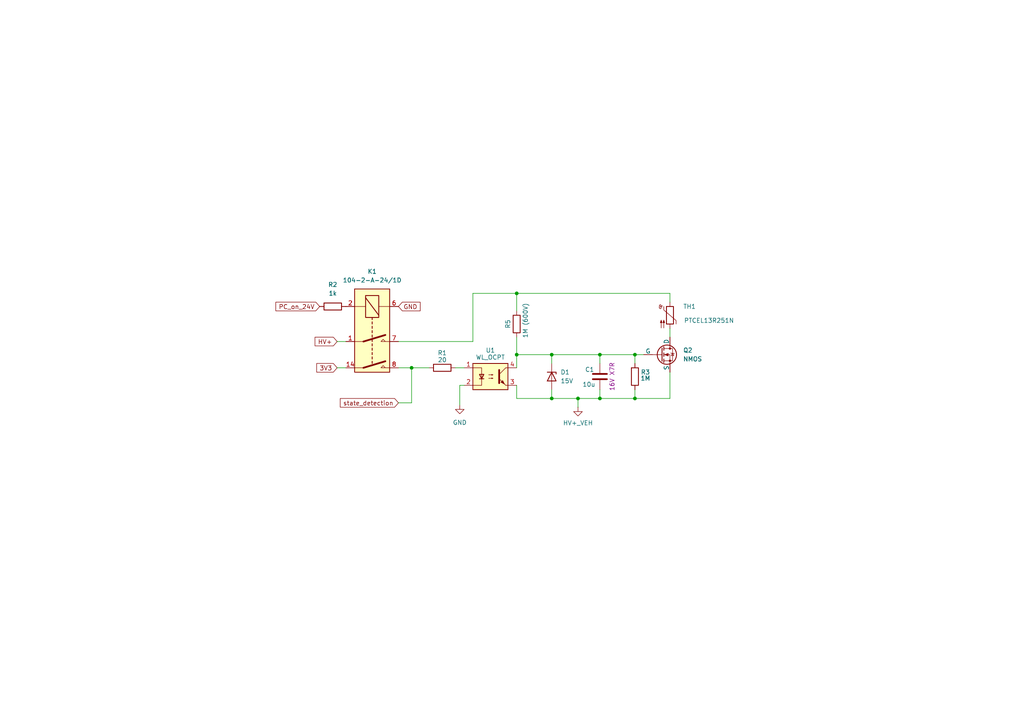
<source format=kicad_sch>
(kicad_sch
	(version 20231120)
	(generator "eeschema")
	(generator_version "8.0")
	(uuid "ab3adbd4-6086-4416-bada-760da338c591")
	(paper "A4")
	(lib_symbols
		(symbol "Device:C"
			(pin_numbers hide)
			(pin_names
				(offset 0.254)
			)
			(exclude_from_sim no)
			(in_bom yes)
			(on_board yes)
			(property "Reference" "C"
				(at 0.635 2.54 0)
				(effects
					(font
						(size 1.27 1.27)
					)
					(justify left)
				)
			)
			(property "Value" "C"
				(at 0.635 -2.54 0)
				(effects
					(font
						(size 1.27 1.27)
					)
					(justify left)
				)
			)
			(property "Footprint" ""
				(at 0.9652 -3.81 0)
				(effects
					(font
						(size 1.27 1.27)
					)
					(hide yes)
				)
			)
			(property "Datasheet" "~"
				(at 0 0 0)
				(effects
					(font
						(size 1.27 1.27)
					)
					(hide yes)
				)
			)
			(property "Description" "Unpolarized capacitor"
				(at 0 0 0)
				(effects
					(font
						(size 1.27 1.27)
					)
					(hide yes)
				)
			)
			(property "ki_keywords" "cap capacitor"
				(at 0 0 0)
				(effects
					(font
						(size 1.27 1.27)
					)
					(hide yes)
				)
			)
			(property "ki_fp_filters" "C_*"
				(at 0 0 0)
				(effects
					(font
						(size 1.27 1.27)
					)
					(hide yes)
				)
			)
			(symbol "C_0_1"
				(polyline
					(pts
						(xy -2.032 -0.762) (xy 2.032 -0.762)
					)
					(stroke
						(width 0.508)
						(type default)
					)
					(fill
						(type none)
					)
				)
				(polyline
					(pts
						(xy -2.032 0.762) (xy 2.032 0.762)
					)
					(stroke
						(width 0.508)
						(type default)
					)
					(fill
						(type none)
					)
				)
			)
			(symbol "C_1_1"
				(pin passive line
					(at 0 3.81 270)
					(length 2.794)
					(name "~"
						(effects
							(font
								(size 1.27 1.27)
							)
						)
					)
					(number "1"
						(effects
							(font
								(size 1.27 1.27)
							)
						)
					)
				)
				(pin passive line
					(at 0 -3.81 90)
					(length 2.794)
					(name "~"
						(effects
							(font
								(size 1.27 1.27)
							)
						)
					)
					(number "2"
						(effects
							(font
								(size 1.27 1.27)
							)
						)
					)
				)
			)
		)
		(symbol "Device:D_Zener"
			(pin_numbers hide)
			(pin_names
				(offset 1.016) hide)
			(exclude_from_sim no)
			(in_bom yes)
			(on_board yes)
			(property "Reference" "D"
				(at 0 2.54 0)
				(effects
					(font
						(size 1.27 1.27)
					)
				)
			)
			(property "Value" "D_Zener"
				(at 0 -2.54 0)
				(effects
					(font
						(size 1.27 1.27)
					)
				)
			)
			(property "Footprint" ""
				(at 0 0 0)
				(effects
					(font
						(size 1.27 1.27)
					)
					(hide yes)
				)
			)
			(property "Datasheet" "~"
				(at 0 0 0)
				(effects
					(font
						(size 1.27 1.27)
					)
					(hide yes)
				)
			)
			(property "Description" "Zener diode"
				(at 0 0 0)
				(effects
					(font
						(size 1.27 1.27)
					)
					(hide yes)
				)
			)
			(property "ki_keywords" "diode"
				(at 0 0 0)
				(effects
					(font
						(size 1.27 1.27)
					)
					(hide yes)
				)
			)
			(property "ki_fp_filters" "TO-???* *_Diode_* *SingleDiode* D_*"
				(at 0 0 0)
				(effects
					(font
						(size 1.27 1.27)
					)
					(hide yes)
				)
			)
			(symbol "D_Zener_0_1"
				(polyline
					(pts
						(xy 1.27 0) (xy -1.27 0)
					)
					(stroke
						(width 0)
						(type default)
					)
					(fill
						(type none)
					)
				)
				(polyline
					(pts
						(xy -1.27 -1.27) (xy -1.27 1.27) (xy -0.762 1.27)
					)
					(stroke
						(width 0.254)
						(type default)
					)
					(fill
						(type none)
					)
				)
				(polyline
					(pts
						(xy 1.27 -1.27) (xy 1.27 1.27) (xy -1.27 0) (xy 1.27 -1.27)
					)
					(stroke
						(width 0.254)
						(type default)
					)
					(fill
						(type none)
					)
				)
			)
			(symbol "D_Zener_1_1"
				(pin passive line
					(at -3.81 0 0)
					(length 2.54)
					(name "K"
						(effects
							(font
								(size 1.27 1.27)
							)
						)
					)
					(number "1"
						(effects
							(font
								(size 1.27 1.27)
							)
						)
					)
				)
				(pin passive line
					(at 3.81 0 180)
					(length 2.54)
					(name "A"
						(effects
							(font
								(size 1.27 1.27)
							)
						)
					)
					(number "2"
						(effects
							(font
								(size 1.27 1.27)
							)
						)
					)
				)
			)
		)
		(symbol "Device:R"
			(pin_numbers hide)
			(pin_names
				(offset 0)
			)
			(exclude_from_sim no)
			(in_bom yes)
			(on_board yes)
			(property "Reference" "R"
				(at 2.032 0 90)
				(effects
					(font
						(size 1.27 1.27)
					)
				)
			)
			(property "Value" "R"
				(at 0 0 90)
				(effects
					(font
						(size 1.27 1.27)
					)
				)
			)
			(property "Footprint" ""
				(at -1.778 0 90)
				(effects
					(font
						(size 1.27 1.27)
					)
					(hide yes)
				)
			)
			(property "Datasheet" "~"
				(at 0 0 0)
				(effects
					(font
						(size 1.27 1.27)
					)
					(hide yes)
				)
			)
			(property "Description" "Resistor"
				(at 0 0 0)
				(effects
					(font
						(size 1.27 1.27)
					)
					(hide yes)
				)
			)
			(property "ki_keywords" "R res resistor"
				(at 0 0 0)
				(effects
					(font
						(size 1.27 1.27)
					)
					(hide yes)
				)
			)
			(property "ki_fp_filters" "R_*"
				(at 0 0 0)
				(effects
					(font
						(size 1.27 1.27)
					)
					(hide yes)
				)
			)
			(symbol "R_0_1"
				(rectangle
					(start -1.016 -2.54)
					(end 1.016 2.54)
					(stroke
						(width 0.254)
						(type default)
					)
					(fill
						(type none)
					)
				)
			)
			(symbol "R_1_1"
				(pin passive line
					(at 0 3.81 270)
					(length 1.27)
					(name "~"
						(effects
							(font
								(size 1.27 1.27)
							)
						)
					)
					(number "1"
						(effects
							(font
								(size 1.27 1.27)
							)
						)
					)
				)
				(pin passive line
					(at 0 -3.81 90)
					(length 1.27)
					(name "~"
						(effects
							(font
								(size 1.27 1.27)
							)
						)
					)
					(number "2"
						(effects
							(font
								(size 1.27 1.27)
							)
						)
					)
				)
			)
		)
		(symbol "Device:Thermistor_PTC"
			(pin_numbers hide)
			(pin_names
				(offset 0)
			)
			(exclude_from_sim no)
			(in_bom yes)
			(on_board yes)
			(property "Reference" "TH"
				(at -4.064 0 90)
				(effects
					(font
						(size 1.27 1.27)
					)
				)
			)
			(property "Value" "Thermistor_PTC"
				(at 3.048 0 90)
				(effects
					(font
						(size 1.27 1.27)
					)
				)
			)
			(property "Footprint" ""
				(at 1.27 -5.08 0)
				(effects
					(font
						(size 1.27 1.27)
					)
					(justify left)
					(hide yes)
				)
			)
			(property "Datasheet" "~"
				(at 0 0 0)
				(effects
					(font
						(size 1.27 1.27)
					)
					(hide yes)
				)
			)
			(property "Description" "Temperature dependent resistor, positive temperature coefficient"
				(at 0 0 0)
				(effects
					(font
						(size 1.27 1.27)
					)
					(hide yes)
				)
			)
			(property "ki_keywords" "resistor PTC thermistor sensor RTD"
				(at 0 0 0)
				(effects
					(font
						(size 1.27 1.27)
					)
					(hide yes)
				)
			)
			(property "ki_fp_filters" "*PTC* *Thermistor* PIN?ARRAY* bornier* *Terminal?Block* R_*"
				(at 0 0 0)
				(effects
					(font
						(size 1.27 1.27)
					)
					(hide yes)
				)
			)
			(symbol "Thermistor_PTC_0_1"
				(arc
					(start -3.048 2.159)
					(mid -3.0495 2.3143)
					(end -3.175 2.413)
					(stroke
						(width 0)
						(type default)
					)
					(fill
						(type none)
					)
				)
				(arc
					(start -3.048 2.159)
					(mid -2.9736 1.9794)
					(end -2.794 1.905)
					(stroke
						(width 0)
						(type default)
					)
					(fill
						(type none)
					)
				)
				(arc
					(start -3.048 2.794)
					(mid -2.9736 2.6144)
					(end -2.794 2.54)
					(stroke
						(width 0)
						(type default)
					)
					(fill
						(type none)
					)
				)
				(arc
					(start -2.794 1.905)
					(mid -2.6144 1.9794)
					(end -2.54 2.159)
					(stroke
						(width 0)
						(type default)
					)
					(fill
						(type none)
					)
				)
				(arc
					(start -2.794 2.54)
					(mid -2.4393 2.5587)
					(end -2.159 2.794)
					(stroke
						(width 0)
						(type default)
					)
					(fill
						(type none)
					)
				)
				(arc
					(start -2.794 3.048)
					(mid -2.9736 2.9736)
					(end -3.048 2.794)
					(stroke
						(width 0)
						(type default)
					)
					(fill
						(type none)
					)
				)
				(arc
					(start -2.54 2.794)
					(mid -2.6144 2.9736)
					(end -2.794 3.048)
					(stroke
						(width 0)
						(type default)
					)
					(fill
						(type none)
					)
				)
				(rectangle
					(start -1.016 2.54)
					(end 1.016 -2.54)
					(stroke
						(width 0.254)
						(type default)
					)
					(fill
						(type none)
					)
				)
				(polyline
					(pts
						(xy -2.54 2.159) (xy -2.54 2.794)
					)
					(stroke
						(width 0)
						(type default)
					)
					(fill
						(type none)
					)
				)
				(polyline
					(pts
						(xy -1.778 2.54) (xy -1.778 1.524) (xy 1.778 -1.524) (xy 1.778 -2.54)
					)
					(stroke
						(width 0)
						(type default)
					)
					(fill
						(type none)
					)
				)
				(polyline
					(pts
						(xy -2.54 -3.683) (xy -2.54 -1.397) (xy -2.794 -2.159) (xy -2.286 -2.159) (xy -2.54 -1.397) (xy -2.54 -1.651)
					)
					(stroke
						(width 0)
						(type default)
					)
					(fill
						(type outline)
					)
				)
				(polyline
					(pts
						(xy -1.778 -3.683) (xy -1.778 -1.397) (xy -2.032 -2.159) (xy -1.524 -2.159) (xy -1.778 -1.397)
						(xy -1.778 -1.651)
					)
					(stroke
						(width 0)
						(type default)
					)
					(fill
						(type outline)
					)
				)
			)
			(symbol "Thermistor_PTC_1_1"
				(pin passive line
					(at 0 3.81 270)
					(length 1.27)
					(name "~"
						(effects
							(font
								(size 1.27 1.27)
							)
						)
					)
					(number "1"
						(effects
							(font
								(size 1.27 1.27)
							)
						)
					)
				)
				(pin passive line
					(at 0 -3.81 90)
					(length 1.27)
					(name "~"
						(effects
							(font
								(size 1.27 1.27)
							)
						)
					)
					(number "2"
						(effects
							(font
								(size 1.27 1.27)
							)
						)
					)
				)
			)
		)
		(symbol "Isolator:FODM217A"
			(exclude_from_sim no)
			(in_bom yes)
			(on_board yes)
			(property "Reference" "U4"
				(at 1.27 7.62 0)
				(effects
					(font
						(size 1.27 1.27)
					)
				)
			)
			(property "Value" "WL_OCDA"
				(at 1.27 5.588 0)
				(effects
					(font
						(size 1.27 1.27)
					)
				)
			)
			(property "Footprint" "Package_SO:SOP-4_4.4x2.6mm_P1.27mm"
				(at 0 -5.08 0)
				(effects
					(font
						(size 1.27 1.27)
						(italic yes)
					)
					(hide yes)
				)
			)
			(property "Datasheet" ""
				(at 0 0 0)
				(effects
					(font
						(size 1.27 1.27)
					)
					(justify left)
					(hide yes)
				)
			)
			(property "Description" "141352145000"
				(at 0 0 0)
				(effects
					(font
						(size 1.27 1.27)
					)
					(hide yes)
				)
			)
			(property "ki_keywords" "DC Phototransistor Optocoupler"
				(at 0 0 0)
				(effects
					(font
						(size 1.27 1.27)
					)
					(hide yes)
				)
			)
			(property "ki_fp_filters" "SOP*4.4x2.6mm*P1.27mm*"
				(at 0 0 0)
				(effects
					(font
						(size 1.27 1.27)
					)
					(hide yes)
				)
			)
			(symbol "FODM217A_0_1"
				(rectangle
					(start -5.08 3.81)
					(end 5.08 -3.81)
					(stroke
						(width 0.254)
						(type default)
					)
					(fill
						(type background)
					)
				)
				(polyline
					(pts
						(xy -3.175 -0.635) (xy -1.905 -0.635)
					)
					(stroke
						(width 0.254)
						(type default)
					)
					(fill
						(type none)
					)
				)
				(polyline
					(pts
						(xy 2.54 0.635) (xy 4.445 2.54)
					)
					(stroke
						(width 0)
						(type default)
					)
					(fill
						(type none)
					)
				)
				(polyline
					(pts
						(xy 4.445 -2.54) (xy 2.54 -0.635)
					)
					(stroke
						(width 0)
						(type default)
					)
					(fill
						(type outline)
					)
				)
				(polyline
					(pts
						(xy 4.445 -2.54) (xy 5.08 -2.54)
					)
					(stroke
						(width 0)
						(type default)
					)
					(fill
						(type none)
					)
				)
				(polyline
					(pts
						(xy 4.445 2.54) (xy 5.08 2.54)
					)
					(stroke
						(width 0)
						(type default)
					)
					(fill
						(type none)
					)
				)
				(polyline
					(pts
						(xy -5.08 2.54) (xy -2.54 2.54) (xy -2.54 -0.635)
					)
					(stroke
						(width 0)
						(type default)
					)
					(fill
						(type none)
					)
				)
				(polyline
					(pts
						(xy -2.54 -0.635) (xy -2.54 -2.54) (xy -5.08 -2.54)
					)
					(stroke
						(width 0)
						(type default)
					)
					(fill
						(type none)
					)
				)
				(polyline
					(pts
						(xy 2.54 1.905) (xy 2.54 -1.905) (xy 2.54 -1.905)
					)
					(stroke
						(width 0.508)
						(type default)
					)
					(fill
						(type none)
					)
				)
				(polyline
					(pts
						(xy -2.54 -0.635) (xy -3.175 0.635) (xy -1.905 0.635) (xy -2.54 -0.635)
					)
					(stroke
						(width 0.254)
						(type default)
					)
					(fill
						(type none)
					)
				)
				(polyline
					(pts
						(xy -0.508 -0.508) (xy 0.762 -0.508) (xy 0.381 -0.635) (xy 0.381 -0.381) (xy 0.762 -0.508)
					)
					(stroke
						(width 0)
						(type default)
					)
					(fill
						(type none)
					)
				)
				(polyline
					(pts
						(xy -0.508 0.508) (xy 0.762 0.508) (xy 0.381 0.381) (xy 0.381 0.635) (xy 0.762 0.508)
					)
					(stroke
						(width 0)
						(type default)
					)
					(fill
						(type none)
					)
				)
				(polyline
					(pts
						(xy 3.048 -1.651) (xy 3.556 -1.143) (xy 4.064 -2.159) (xy 3.048 -1.651) (xy 3.048 -1.651)
					)
					(stroke
						(width 0)
						(type default)
					)
					(fill
						(type outline)
					)
				)
			)
			(symbol "FODM217A_1_1"
				(pin passive line
					(at -7.62 2.54 0)
					(length 2.54)
					(name "~"
						(effects
							(font
								(size 1.27 1.27)
							)
						)
					)
					(number "1"
						(effects
							(font
								(size 1.27 1.27)
							)
						)
					)
				)
				(pin passive line
					(at -7.62 -2.54 0)
					(length 2.54)
					(name "~"
						(effects
							(font
								(size 1.27 1.27)
							)
						)
					)
					(number "2"
						(effects
							(font
								(size 1.27 1.27)
							)
						)
					)
				)
				(pin passive line
					(at 7.62 -2.54 180)
					(length 2.54)
					(name "~"
						(effects
							(font
								(size 1.27 1.27)
							)
						)
					)
					(number "3"
						(effects
							(font
								(size 1.27 1.27)
							)
						)
					)
				)
				(pin passive line
					(at 7.62 2.54 180)
					(length 2.54)
					(name "~"
						(effects
							(font
								(size 1.27 1.27)
							)
						)
					)
					(number "4"
						(effects
							(font
								(size 1.27 1.27)
							)
						)
					)
				)
			)
		)
		(symbol "Relay:DIPxx-2Axx-21x"
			(exclude_from_sim no)
			(in_bom yes)
			(on_board yes)
			(property "Reference" "K"
				(at 12.7 3.81 0)
				(effects
					(font
						(size 1.27 1.27)
					)
					(justify left)
				)
			)
			(property "Value" "DIPxx-2Axx-21x"
				(at 12.7 1.27 0)
				(effects
					(font
						(size 1.27 1.27)
					)
					(justify left)
				)
			)
			(property "Footprint" "Relay_THT:Relay_StandexMeder_DIP_LowProfile"
				(at 12.7 -1.27 0)
				(effects
					(font
						(size 1.27 1.27)
					)
					(justify left)
					(hide yes)
				)
			)
			(property "Datasheet" "https://standexelectronics.com/wp-content/uploads/datasheet_reed_relay_DIP.pdf"
				(at 0 0 0)
				(effects
					(font
						(size 1.27 1.27)
					)
					(hide yes)
				)
			)
			(property "Description" "Standex Meder DIP reed relay, DPST, Closing Contacts"
				(at 0 0 0)
				(effects
					(font
						(size 1.27 1.27)
					)
					(hide yes)
				)
			)
			(property "ki_keywords" "Single Pole Reed Relay DPST"
				(at 0 0 0)
				(effects
					(font
						(size 1.27 1.27)
					)
					(hide yes)
				)
			)
			(property "ki_fp_filters" "Relay*StandexMeder*DIP*LowProfile*"
				(at 0 0 0)
				(effects
					(font
						(size 1.27 1.27)
					)
					(hide yes)
				)
			)
			(symbol "DIPxx-2Axx-21x_0_0"
				(polyline
					(pts
						(xy 2.54 5.08) (xy 2.54 2.54) (xy 1.905 3.175) (xy 2.54 3.81)
					)
					(stroke
						(width 0)
						(type default)
					)
					(fill
						(type none)
					)
				)
				(polyline
					(pts
						(xy 10.16 5.08) (xy 10.16 2.54) (xy 9.525 3.175) (xy 10.16 3.81)
					)
					(stroke
						(width 0)
						(type default)
					)
					(fill
						(type none)
					)
				)
			)
			(symbol "DIPxx-2Axx-21x_0_1"
				(rectangle
					(start -12.7 5.08)
					(end 11.43 -5.08)
					(stroke
						(width 0.254)
						(type default)
					)
					(fill
						(type background)
					)
				)
				(rectangle
					(start -10.795 1.905)
					(end -4.445 -1.905)
					(stroke
						(width 0.254)
						(type default)
					)
					(fill
						(type none)
					)
				)
				(polyline
					(pts
						(xy -10.16 -1.905) (xy -5.08 1.905)
					)
					(stroke
						(width 0.254)
						(type default)
					)
					(fill
						(type none)
					)
				)
				(polyline
					(pts
						(xy -7.62 -5.08) (xy -7.62 -1.905)
					)
					(stroke
						(width 0)
						(type default)
					)
					(fill
						(type none)
					)
				)
				(polyline
					(pts
						(xy -7.62 5.08) (xy -7.62 1.905)
					)
					(stroke
						(width 0)
						(type default)
					)
					(fill
						(type none)
					)
				)
				(polyline
					(pts
						(xy -4.445 0) (xy -3.81 0)
					)
					(stroke
						(width 0.254)
						(type default)
					)
					(fill
						(type none)
					)
				)
				(polyline
					(pts
						(xy -3.175 0) (xy -2.54 0)
					)
					(stroke
						(width 0.254)
						(type default)
					)
					(fill
						(type none)
					)
				)
				(polyline
					(pts
						(xy -1.905 0) (xy -1.27 0)
					)
					(stroke
						(width 0.254)
						(type default)
					)
					(fill
						(type none)
					)
				)
				(polyline
					(pts
						(xy -0.635 0) (xy 0 0)
					)
					(stroke
						(width 0.254)
						(type default)
					)
					(fill
						(type none)
					)
				)
				(polyline
					(pts
						(xy 0.635 0) (xy 1.27 0)
					)
					(stroke
						(width 0.254)
						(type default)
					)
					(fill
						(type none)
					)
				)
				(polyline
					(pts
						(xy 1.905 0) (xy 2.54 0)
					)
					(stroke
						(width 0.254)
						(type default)
					)
					(fill
						(type none)
					)
				)
				(polyline
					(pts
						(xy 2.54 -2.54) (xy 0.635 3.81)
					)
					(stroke
						(width 0.508)
						(type default)
					)
					(fill
						(type none)
					)
				)
				(polyline
					(pts
						(xy 2.54 -2.54) (xy 2.54 -5.08)
					)
					(stroke
						(width 0)
						(type default)
					)
					(fill
						(type none)
					)
				)
				(polyline
					(pts
						(xy 3.175 0) (xy 3.81 0)
					)
					(stroke
						(width 0.254)
						(type default)
					)
					(fill
						(type none)
					)
				)
				(polyline
					(pts
						(xy 4.445 0) (xy 5.08 0)
					)
					(stroke
						(width 0.254)
						(type default)
					)
					(fill
						(type none)
					)
				)
				(polyline
					(pts
						(xy 5.715 0) (xy 6.35 0)
					)
					(stroke
						(width 0.254)
						(type default)
					)
					(fill
						(type none)
					)
				)
				(polyline
					(pts
						(xy 6.985 0) (xy 7.62 0)
					)
					(stroke
						(width 0.254)
						(type default)
					)
					(fill
						(type none)
					)
				)
				(polyline
					(pts
						(xy 8.255 0) (xy 8.89 0)
					)
					(stroke
						(width 0.254)
						(type default)
					)
					(fill
						(type none)
					)
				)
				(polyline
					(pts
						(xy 10.16 -2.54) (xy 8.255 3.81)
					)
					(stroke
						(width 0.508)
						(type default)
					)
					(fill
						(type none)
					)
				)
				(polyline
					(pts
						(xy 10.16 -2.54) (xy 10.16 -5.08)
					)
					(stroke
						(width 0)
						(type default)
					)
					(fill
						(type none)
					)
				)
			)
			(symbol "DIPxx-2Axx-21x_1_1"
				(pin passive line
					(at 2.54 -7.62 90)
					(length 2.54)
					(name "~"
						(effects
							(font
								(size 1.27 1.27)
							)
						)
					)
					(number "1"
						(effects
							(font
								(size 1.27 1.27)
							)
						)
					)
				)
				(pin passive line
					(at 10.16 -7.62 90)
					(length 2.54)
					(name "~"
						(effects
							(font
								(size 1.27 1.27)
							)
						)
					)
					(number "14"
						(effects
							(font
								(size 1.27 1.27)
							)
						)
					)
				)
				(pin passive line
					(at -7.62 -7.62 90)
					(length 2.54)
					(name "~"
						(effects
							(font
								(size 1.27 1.27)
							)
						)
					)
					(number "2"
						(effects
							(font
								(size 1.27 1.27)
							)
						)
					)
				)
				(pin passive line
					(at -7.62 7.62 270)
					(length 2.54)
					(name "~"
						(effects
							(font
								(size 1.27 1.27)
							)
						)
					)
					(number "6"
						(effects
							(font
								(size 1.27 1.27)
							)
						)
					)
				)
				(pin passive line
					(at 2.54 7.62 270)
					(length 2.54)
					(name "~"
						(effects
							(font
								(size 1.27 1.27)
							)
						)
					)
					(number "7"
						(effects
							(font
								(size 1.27 1.27)
							)
						)
					)
				)
				(pin passive line
					(at 10.16 7.62 270)
					(length 2.54)
					(name "~"
						(effects
							(font
								(size 1.27 1.27)
							)
						)
					)
					(number "8"
						(effects
							(font
								(size 1.27 1.27)
							)
						)
					)
				)
			)
		)
		(symbol "Simulation_SPICE:NMOS"
			(pin_numbers hide)
			(pin_names
				(offset 0)
			)
			(exclude_from_sim no)
			(in_bom yes)
			(on_board yes)
			(property "Reference" "Q"
				(at 5.08 1.27 0)
				(effects
					(font
						(size 1.27 1.27)
					)
					(justify left)
				)
			)
			(property "Value" "NMOS"
				(at 5.08 -1.27 0)
				(effects
					(font
						(size 1.27 1.27)
					)
					(justify left)
				)
			)
			(property "Footprint" ""
				(at 5.08 2.54 0)
				(effects
					(font
						(size 1.27 1.27)
					)
					(hide yes)
				)
			)
			(property "Datasheet" "https://ngspice.sourceforge.io/docs/ngspice-html-manual/manual.xhtml#cha_MOSFETs"
				(at 0 -12.7 0)
				(effects
					(font
						(size 1.27 1.27)
					)
					(hide yes)
				)
			)
			(property "Description" "N-MOSFET transistor, drain/source/gate"
				(at 0 0 0)
				(effects
					(font
						(size 1.27 1.27)
					)
					(hide yes)
				)
			)
			(property "Sim.Device" "NMOS"
				(at 0 -17.145 0)
				(effects
					(font
						(size 1.27 1.27)
					)
					(hide yes)
				)
			)
			(property "Sim.Type" "VDMOS"
				(at 0 -19.05 0)
				(effects
					(font
						(size 1.27 1.27)
					)
					(hide yes)
				)
			)
			(property "Sim.Pins" "1=D 2=G 3=S"
				(at 0 -15.24 0)
				(effects
					(font
						(size 1.27 1.27)
					)
					(hide yes)
				)
			)
			(property "ki_keywords" "transistor NMOS N-MOS N-MOSFET simulation"
				(at 0 0 0)
				(effects
					(font
						(size 1.27 1.27)
					)
					(hide yes)
				)
			)
			(symbol "NMOS_0_1"
				(polyline
					(pts
						(xy 0.254 0) (xy -2.54 0)
					)
					(stroke
						(width 0)
						(type default)
					)
					(fill
						(type none)
					)
				)
				(polyline
					(pts
						(xy 0.254 1.905) (xy 0.254 -1.905)
					)
					(stroke
						(width 0.254)
						(type default)
					)
					(fill
						(type none)
					)
				)
				(polyline
					(pts
						(xy 0.762 -1.27) (xy 0.762 -2.286)
					)
					(stroke
						(width 0.254)
						(type default)
					)
					(fill
						(type none)
					)
				)
				(polyline
					(pts
						(xy 0.762 0.508) (xy 0.762 -0.508)
					)
					(stroke
						(width 0.254)
						(type default)
					)
					(fill
						(type none)
					)
				)
				(polyline
					(pts
						(xy 0.762 2.286) (xy 0.762 1.27)
					)
					(stroke
						(width 0.254)
						(type default)
					)
					(fill
						(type none)
					)
				)
				(polyline
					(pts
						(xy 2.54 2.54) (xy 2.54 1.778)
					)
					(stroke
						(width 0)
						(type default)
					)
					(fill
						(type none)
					)
				)
				(polyline
					(pts
						(xy 2.54 -2.54) (xy 2.54 0) (xy 0.762 0)
					)
					(stroke
						(width 0)
						(type default)
					)
					(fill
						(type none)
					)
				)
				(polyline
					(pts
						(xy 0.762 -1.778) (xy 3.302 -1.778) (xy 3.302 1.778) (xy 0.762 1.778)
					)
					(stroke
						(width 0)
						(type default)
					)
					(fill
						(type none)
					)
				)
				(polyline
					(pts
						(xy 1.016 0) (xy 2.032 0.381) (xy 2.032 -0.381) (xy 1.016 0)
					)
					(stroke
						(width 0)
						(type default)
					)
					(fill
						(type outline)
					)
				)
				(polyline
					(pts
						(xy 2.794 0.508) (xy 2.921 0.381) (xy 3.683 0.381) (xy 3.81 0.254)
					)
					(stroke
						(width 0)
						(type default)
					)
					(fill
						(type none)
					)
				)
				(polyline
					(pts
						(xy 3.302 0.381) (xy 2.921 -0.254) (xy 3.683 -0.254) (xy 3.302 0.381)
					)
					(stroke
						(width 0)
						(type default)
					)
					(fill
						(type none)
					)
				)
				(circle
					(center 1.651 0)
					(radius 2.794)
					(stroke
						(width 0.254)
						(type default)
					)
					(fill
						(type none)
					)
				)
				(circle
					(center 2.54 -1.778)
					(radius 0.254)
					(stroke
						(width 0)
						(type default)
					)
					(fill
						(type outline)
					)
				)
				(circle
					(center 2.54 1.778)
					(radius 0.254)
					(stroke
						(width 0)
						(type default)
					)
					(fill
						(type outline)
					)
				)
			)
			(symbol "NMOS_1_1"
				(pin passive line
					(at 2.54 5.08 270)
					(length 2.54)
					(name "D"
						(effects
							(font
								(size 1.27 1.27)
							)
						)
					)
					(number "1"
						(effects
							(font
								(size 1.27 1.27)
							)
						)
					)
				)
				(pin input line
					(at -5.08 0 0)
					(length 2.54)
					(name "G"
						(effects
							(font
								(size 1.27 1.27)
							)
						)
					)
					(number "2"
						(effects
							(font
								(size 1.27 1.27)
							)
						)
					)
				)
				(pin passive line
					(at 2.54 -5.08 90)
					(length 2.54)
					(name "S"
						(effects
							(font
								(size 1.27 1.27)
							)
						)
					)
					(number "3"
						(effects
							(font
								(size 1.27 1.27)
							)
						)
					)
				)
			)
		)
		(symbol "power:GND"
			(power)
			(pin_numbers hide)
			(pin_names
				(offset 0) hide)
			(exclude_from_sim no)
			(in_bom yes)
			(on_board yes)
			(property "Reference" "#PWR"
				(at 0 -6.35 0)
				(effects
					(font
						(size 1.27 1.27)
					)
					(hide yes)
				)
			)
			(property "Value" "GND"
				(at 0 -3.81 0)
				(effects
					(font
						(size 1.27 1.27)
					)
				)
			)
			(property "Footprint" ""
				(at 0 0 0)
				(effects
					(font
						(size 1.27 1.27)
					)
					(hide yes)
				)
			)
			(property "Datasheet" ""
				(at 0 0 0)
				(effects
					(font
						(size 1.27 1.27)
					)
					(hide yes)
				)
			)
			(property "Description" "Power symbol creates a global label with name \"GND\" , ground"
				(at 0 0 0)
				(effects
					(font
						(size 1.27 1.27)
					)
					(hide yes)
				)
			)
			(property "ki_keywords" "global power"
				(at 0 0 0)
				(effects
					(font
						(size 1.27 1.27)
					)
					(hide yes)
				)
			)
			(symbol "GND_0_1"
				(polyline
					(pts
						(xy 0 0) (xy 0 -1.27) (xy 1.27 -1.27) (xy 0 -2.54) (xy -1.27 -1.27) (xy 0 -1.27)
					)
					(stroke
						(width 0)
						(type default)
					)
					(fill
						(type none)
					)
				)
			)
			(symbol "GND_1_1"
				(pin power_in line
					(at 0 0 270)
					(length 0)
					(name "~"
						(effects
							(font
								(size 1.27 1.27)
							)
						)
					)
					(number "1"
						(effects
							(font
								(size 1.27 1.27)
							)
						)
					)
				)
			)
		)
	)
	(junction
		(at 184.15 102.87)
		(diameter 0)
		(color 0 0 0 0)
		(uuid "2baadf46-eb8c-43d4-b7b7-5ceb5ba6b3e3")
	)
	(junction
		(at 149.86 102.87)
		(diameter 0)
		(color 0 0 0 0)
		(uuid "2fb8ff7d-8252-49ed-aa12-9e17f4014f9e")
	)
	(junction
		(at 184.15 115.57)
		(diameter 0)
		(color 0 0 0 0)
		(uuid "31b28c39-6927-460f-96ee-84e92b4b68dc")
	)
	(junction
		(at 167.64 115.57)
		(diameter 0)
		(color 0 0 0 0)
		(uuid "7056a25a-a158-48ab-8e9c-d698077b1f42")
	)
	(junction
		(at 119.38 106.68)
		(diameter 0)
		(color 0 0 0 0)
		(uuid "7ff245ed-0ba4-4f0a-b7df-9005b71c3b80")
	)
	(junction
		(at 173.99 115.57)
		(diameter 0)
		(color 0 0 0 0)
		(uuid "86ba2c00-79f8-4479-aca2-25398b931ae8")
	)
	(junction
		(at 149.86 85.09)
		(diameter 0)
		(color 0 0 0 0)
		(uuid "895c60ca-15f9-4748-bd43-c7574fa095cb")
	)
	(junction
		(at 160.02 115.57)
		(diameter 0)
		(color 0 0 0 0)
		(uuid "dbc29249-75b0-487c-b45e-483970ee151d")
	)
	(junction
		(at 160.02 102.87)
		(diameter 0)
		(color 0 0 0 0)
		(uuid "fb6b054d-6d4a-46a1-bd29-28529202d1cf")
	)
	(junction
		(at 173.99 102.87)
		(diameter 0)
		(color 0 0 0 0)
		(uuid "fbba2ed0-dd5a-42b9-8412-252285e86daa")
	)
	(wire
		(pts
			(xy 149.86 115.57) (xy 160.02 115.57)
		)
		(stroke
			(width 0)
			(type default)
		)
		(uuid "025dbf3d-dbd6-42d8-96c7-a632ba6c86a2")
	)
	(wire
		(pts
			(xy 184.15 115.57) (xy 194.31 115.57)
		)
		(stroke
			(width 0)
			(type default)
		)
		(uuid "032d13f7-335e-49cf-8925-8f30fd1e7aa4")
	)
	(wire
		(pts
			(xy 149.86 85.09) (xy 149.86 90.17)
		)
		(stroke
			(width 0)
			(type default)
		)
		(uuid "03ae0f7b-f4b8-41cf-8585-46163dedefa4")
	)
	(wire
		(pts
			(xy 133.35 111.76) (xy 134.62 111.76)
		)
		(stroke
			(width 0)
			(type default)
		)
		(uuid "0bf0dd94-5c4b-4502-b5fa-bc4a77961dd5")
	)
	(wire
		(pts
			(xy 119.38 116.84) (xy 119.38 106.68)
		)
		(stroke
			(width 0)
			(type default)
		)
		(uuid "0f5a3bf2-35b3-4f13-9f3c-6282fc63b0be")
	)
	(wire
		(pts
			(xy 97.79 99.06) (xy 100.33 99.06)
		)
		(stroke
			(width 0)
			(type default)
		)
		(uuid "22149e41-3dfa-4d2e-8e9a-17f8b2ed1581")
	)
	(wire
		(pts
			(xy 173.99 113.03) (xy 173.99 115.57)
		)
		(stroke
			(width 0)
			(type default)
		)
		(uuid "29589e3b-6cbc-4fc0-b715-12a14d6f74e9")
	)
	(wire
		(pts
			(xy 160.02 102.87) (xy 173.99 102.87)
		)
		(stroke
			(width 0)
			(type default)
		)
		(uuid "2a6db832-3c23-403a-9b31-7fb75acf2989")
	)
	(wire
		(pts
			(xy 149.86 102.87) (xy 160.02 102.87)
		)
		(stroke
			(width 0)
			(type default)
		)
		(uuid "30af6909-cb66-4c6a-b9d3-94622c4230ab")
	)
	(wire
		(pts
			(xy 167.64 115.57) (xy 167.64 118.11)
		)
		(stroke
			(width 0)
			(type default)
		)
		(uuid "3ae9aaf5-8ec7-4614-8817-b1a449fbfe19")
	)
	(wire
		(pts
			(xy 184.15 102.87) (xy 184.15 105.41)
		)
		(stroke
			(width 0)
			(type default)
		)
		(uuid "4556f675-df4e-46c4-a3e6-cef941aff718")
	)
	(wire
		(pts
			(xy 137.16 99.06) (xy 137.16 85.09)
		)
		(stroke
			(width 0)
			(type default)
		)
		(uuid "4863b292-5ef2-40c8-b613-5d1bb82b13f3")
	)
	(wire
		(pts
			(xy 115.57 106.68) (xy 119.38 106.68)
		)
		(stroke
			(width 0)
			(type default)
		)
		(uuid "4ca9e6f2-bdf0-4bb8-b959-8415a951b13d")
	)
	(wire
		(pts
			(xy 119.38 106.68) (xy 124.46 106.68)
		)
		(stroke
			(width 0)
			(type default)
		)
		(uuid "50957c1b-751e-48d6-8c3b-d899262d41b3")
	)
	(wire
		(pts
			(xy 149.86 85.09) (xy 194.31 85.09)
		)
		(stroke
			(width 0)
			(type default)
		)
		(uuid "54b72699-f02f-4504-bfcc-210b603ee16b")
	)
	(wire
		(pts
			(xy 133.35 117.475) (xy 133.35 111.76)
		)
		(stroke
			(width 0)
			(type default)
		)
		(uuid "62d5f630-435e-4dd2-96b5-020ebf64977d")
	)
	(wire
		(pts
			(xy 173.99 102.87) (xy 173.99 105.41)
		)
		(stroke
			(width 0)
			(type default)
		)
		(uuid "7461d3e9-b65f-4f2b-902a-01ee4ed3a6e3")
	)
	(wire
		(pts
			(xy 160.02 115.57) (xy 167.64 115.57)
		)
		(stroke
			(width 0)
			(type default)
		)
		(uuid "7cd71a66-683d-44b7-9c8c-bf95e5e1d557")
	)
	(wire
		(pts
			(xy 173.99 102.87) (xy 184.15 102.87)
		)
		(stroke
			(width 0)
			(type default)
		)
		(uuid "86b6163a-33b9-471c-a463-44131336de42")
	)
	(wire
		(pts
			(xy 149.86 106.68) (xy 149.86 102.87)
		)
		(stroke
			(width 0)
			(type default)
		)
		(uuid "8d2d7dc7-3a9c-4ddf-83ac-28c3887d862a")
	)
	(wire
		(pts
			(xy 194.31 85.09) (xy 194.31 87.63)
		)
		(stroke
			(width 0)
			(type default)
		)
		(uuid "9d74a1db-8fbf-4427-b633-de16f1a015cc")
	)
	(wire
		(pts
			(xy 149.86 111.76) (xy 149.86 115.57)
		)
		(stroke
			(width 0)
			(type default)
		)
		(uuid "9fb55fe1-142c-49d1-9755-cf1928cd8a1e")
	)
	(wire
		(pts
			(xy 184.15 113.03) (xy 184.15 115.57)
		)
		(stroke
			(width 0)
			(type default)
		)
		(uuid "9fbf6250-86f1-4b32-a33e-7e2d7ffbd61c")
	)
	(wire
		(pts
			(xy 115.57 116.84) (xy 119.38 116.84)
		)
		(stroke
			(width 0)
			(type default)
		)
		(uuid "a52f5b29-45f5-48a6-a46a-9e35ed047542")
	)
	(wire
		(pts
			(xy 160.02 113.03) (xy 160.02 115.57)
		)
		(stroke
			(width 0)
			(type default)
		)
		(uuid "b06b1f73-e30b-4dc4-bc77-54a28aa52ae8")
	)
	(wire
		(pts
			(xy 115.57 99.06) (xy 137.16 99.06)
		)
		(stroke
			(width 0)
			(type default)
		)
		(uuid "b1874da0-71a4-4a1b-8841-38213c7372d2")
	)
	(wire
		(pts
			(xy 149.86 97.79) (xy 149.86 102.87)
		)
		(stroke
			(width 0)
			(type default)
		)
		(uuid "b37100ea-096f-4b03-aaef-7e9c7f9a0ee0")
	)
	(wire
		(pts
			(xy 194.31 95.25) (xy 194.31 97.79)
		)
		(stroke
			(width 0)
			(type default)
		)
		(uuid "b5c9bd34-0659-4b0e-93f7-7831b877a96e")
	)
	(wire
		(pts
			(xy 160.02 102.87) (xy 160.02 105.41)
		)
		(stroke
			(width 0)
			(type default)
		)
		(uuid "b7a3a8d4-f28f-46a3-8659-9bc05487b336")
	)
	(wire
		(pts
			(xy 167.64 115.57) (xy 173.99 115.57)
		)
		(stroke
			(width 0)
			(type default)
		)
		(uuid "b9145e7e-50a6-44b6-a832-a9b102874b5c")
	)
	(wire
		(pts
			(xy 132.08 106.68) (xy 134.62 106.68)
		)
		(stroke
			(width 0)
			(type default)
		)
		(uuid "d1286279-0801-4231-a421-bd556d5bb819")
	)
	(wire
		(pts
			(xy 173.99 115.57) (xy 184.15 115.57)
		)
		(stroke
			(width 0)
			(type default)
		)
		(uuid "d3e9bf3b-60b7-42eb-99a0-04d69230ea52")
	)
	(wire
		(pts
			(xy 137.16 85.09) (xy 149.86 85.09)
		)
		(stroke
			(width 0)
			(type default)
		)
		(uuid "e717f92f-b397-4930-9c00-ffafb2ab4d61")
	)
	(wire
		(pts
			(xy 184.15 102.87) (xy 186.69 102.87)
		)
		(stroke
			(width 0)
			(type default)
		)
		(uuid "eecdadf9-dfa5-450c-aabe-918a64f6ebe9")
	)
	(wire
		(pts
			(xy 97.79 106.68) (xy 100.33 106.68)
		)
		(stroke
			(width 0)
			(type default)
		)
		(uuid "f3989845-9671-4b00-a25f-349f5cd834cb")
	)
	(wire
		(pts
			(xy 194.31 107.95) (xy 194.31 115.57)
		)
		(stroke
			(width 0)
			(type default)
		)
		(uuid "fed81e5f-7e5d-491f-83b9-aeca32755b26")
	)
	(global_label "state_detection"
		(shape input)
		(at 115.57 116.84 180)
		(fields_autoplaced yes)
		(effects
			(font
				(size 1.27 1.27)
			)
			(justify right)
		)
		(uuid "08f957b9-0783-4abc-b96a-7e25a54b30bc")
		(property "Intersheetrefs" "${INTERSHEET_REFS}"
			(at 98.1311 116.84 0)
			(effects
				(font
					(size 1.27 1.27)
				)
				(justify right)
				(hide yes)
			)
		)
	)
	(global_label "HV+"
		(shape input)
		(at 97.79 99.06 180)
		(fields_autoplaced yes)
		(effects
			(font
				(size 1.27 1.27)
			)
			(justify right)
		)
		(uuid "5679d3b1-f3ec-409f-97a7-9cdea013dfb0")
		(property "Intersheetrefs" "${INTERSHEET_REFS}"
			(at 90.8133 99.06 0)
			(effects
				(font
					(size 1.27 1.27)
				)
				(justify right)
				(hide yes)
			)
		)
	)
	(global_label "GND"
		(shape input)
		(at 115.57 88.9 0)
		(fields_autoplaced yes)
		(effects
			(font
				(size 1.27 1.27)
			)
			(justify left)
		)
		(uuid "9ffcedcd-feb1-42ec-bf80-fcd42ae433e9")
		(property "Intersheetrefs" "${INTERSHEET_REFS}"
			(at 122.4257 88.9 0)
			(effects
				(font
					(size 1.27 1.27)
				)
				(justify left)
				(hide yes)
			)
		)
	)
	(global_label "PC_on_24V"
		(shape input)
		(at 92.71 88.9 180)
		(fields_autoplaced yes)
		(effects
			(font
				(size 1.27 1.27)
			)
			(justify right)
		)
		(uuid "e292837e-6aed-43cf-8a60-da49e54bddc0")
		(property "Intersheetrefs" "${INTERSHEET_REFS}"
			(at 79.444 88.9 0)
			(effects
				(font
					(size 1.27 1.27)
				)
				(justify right)
				(hide yes)
			)
		)
	)
	(global_label "3V3"
		(shape input)
		(at 97.79 106.68 180)
		(fields_autoplaced yes)
		(effects
			(font
				(size 1.27 1.27)
			)
			(justify right)
		)
		(uuid "faa0a047-8225-4ffa-9d40-67c934bf8cff")
		(property "Intersheetrefs" "${INTERSHEET_REFS}"
			(at 91.2972 106.68 0)
			(effects
				(font
					(size 1.27 1.27)
				)
				(justify right)
				(hide yes)
			)
		)
	)
	(symbol
		(lib_id "Device:R")
		(at 128.27 106.68 90)
		(unit 1)
		(exclude_from_sim no)
		(in_bom yes)
		(on_board yes)
		(dnp no)
		(uuid "14b782f4-c411-4412-ae0a-6cb54dfd24d7")
		(property "Reference" "R1"
			(at 128.27 102.362 90)
			(effects
				(font
					(size 1.27 1.27)
				)
			)
		)
		(property "Value" "20"
			(at 128.27 104.394 90)
			(effects
				(font
					(size 1.27 1.27)
				)
			)
		)
		(property "Footprint" "Resistor_SMD:R_0603_1608Metric"
			(at 128.27 108.458 90)
			(effects
				(font
					(size 1.27 1.27)
				)
				(hide yes)
			)
		)
		(property "Datasheet" "~"
			(at 128.27 106.68 0)
			(effects
				(font
					(size 1.27 1.27)
				)
				(hide yes)
			)
		)
		(property "Description" ""
			(at 128.27 106.68 0)
			(effects
				(font
					(size 1.27 1.27)
				)
				(hide yes)
			)
		)
		(pin "1"
			(uuid "f2447455-bd95-47cc-981c-75c7fede8e6e")
		)
		(pin "2"
			(uuid "8809bc78-e204-4ed5-97a9-0651799afe7f")
		)
		(instances
			(project "precharge circuit"
				(path "/ab3adbd4-6086-4416-bada-760da338c591"
					(reference "R1")
					(unit 1)
				)
			)
		)
	)
	(symbol
		(lib_id "Device:C")
		(at 173.99 109.22 0)
		(unit 1)
		(exclude_from_sim no)
		(in_bom yes)
		(on_board yes)
		(dnp no)
		(uuid "23cb8a47-7d75-4826-a19a-0f8f10111b00")
		(property "Reference" "C1"
			(at 169.672 107.188 0)
			(effects
				(font
					(size 1.27 1.27)
				)
				(justify left)
			)
		)
		(property "Value" "10u"
			(at 168.91 111.506 0)
			(effects
				(font
					(size 1.27 1.27)
				)
				(justify left)
			)
		)
		(property "Footprint" "Capacitor_SMD:C_1210_3225Metric"
			(at 174.9552 113.03 0)
			(effects
				(font
					(size 1.27 1.27)
				)
				(hide yes)
			)
		)
		(property "Datasheet" "https://www.we-online.com/components/products/datasheet/885012209014.pdf"
			(at 173.99 109.22 0)
			(effects
				(font
					(size 1.27 1.27)
				)
				(hide yes)
			)
		)
		(property "Description" "Unpolarized capacitor"
			(at 173.99 109.22 0)
			(effects
				(font
					(size 1.27 1.27)
				)
				(hide yes)
			)
		)
		(property "Field5" "16V X7R"
			(at 177.546 109.22 90)
			(effects
				(font
					(size 1.27 1.27)
				)
			)
		)
		(pin "2"
			(uuid "df33e197-2bec-4abb-9240-1c9d8ce08ad3")
		)
		(pin "1"
			(uuid "f7fbb5a4-d1f2-4075-8e17-008c58101b1d")
		)
		(instances
			(project "precharge circuit"
				(path "/ab3adbd4-6086-4416-bada-760da338c591"
					(reference "C1")
					(unit 1)
				)
			)
		)
	)
	(symbol
		(lib_id "Device:D_Zener")
		(at 160.02 109.22 270)
		(unit 1)
		(exclude_from_sim no)
		(in_bom yes)
		(on_board yes)
		(dnp no)
		(fields_autoplaced yes)
		(uuid "3c422a8d-c1af-4e3e-ab3e-276efb041c1f")
		(property "Reference" "D1"
			(at 162.56 107.9499 90)
			(effects
				(font
					(size 1.27 1.27)
				)
				(justify left)
			)
		)
		(property "Value" "15V"
			(at 162.56 110.4899 90)
			(effects
				(font
					(size 1.27 1.27)
				)
				(justify left)
			)
		)
		(property "Footprint" ""
			(at 160.02 109.22 0)
			(effects
				(font
					(size 1.27 1.27)
				)
				(hide yes)
			)
		)
		(property "Datasheet" "~"
			(at 160.02 109.22 0)
			(effects
				(font
					(size 1.27 1.27)
				)
				(hide yes)
			)
		)
		(property "Description" "Zener diode"
			(at 160.02 109.22 0)
			(effects
				(font
					(size 1.27 1.27)
				)
				(hide yes)
			)
		)
		(pin "2"
			(uuid "93961065-225e-40c0-8677-27ad0561ca13")
		)
		(pin "1"
			(uuid "44be86b0-036e-4741-aaab-60f5c2ac8840")
		)
		(instances
			(project "precharge circuit"
				(path "/ab3adbd4-6086-4416-bada-760da338c591"
					(reference "D1")
					(unit 1)
				)
			)
		)
	)
	(symbol
		(lib_id "Device:R")
		(at 149.86 93.98 0)
		(unit 1)
		(exclude_from_sim no)
		(in_bom yes)
		(on_board yes)
		(dnp no)
		(uuid "548e59f0-ed11-4de2-ab22-cf26ce179ffa")
		(property "Reference" "R5"
			(at 147.32 93.98 90)
			(effects
				(font
					(size 1.27 1.27)
				)
			)
		)
		(property "Value" "1M (600V)"
			(at 152.4 92.964 90)
			(effects
				(font
					(size 1.27 1.27)
				)
			)
		)
		(property "Footprint" "Resistor_SMD:R_2010_5025Metric_Pad1.40x2.65mm_HandSolder"
			(at 148.082 93.98 90)
			(effects
				(font
					(size 1.27 1.27)
				)
				(hide yes)
			)
		)
		(property "Datasheet" "~"
			(at 149.86 93.98 0)
			(effects
				(font
					(size 1.27 1.27)
				)
				(hide yes)
			)
		)
		(property "Description" "Resistor"
			(at 149.86 93.98 0)
			(effects
				(font
					(size 1.27 1.27)
				)
				(hide yes)
			)
		)
		(pin "2"
			(uuid "d0e9ea99-1f24-4075-bc36-9b71d8705b5e")
		)
		(pin "1"
			(uuid "403824e5-277b-4912-9508-db69c7e43446")
		)
		(instances
			(project "precharge circuit"
				(path "/ab3adbd4-6086-4416-bada-760da338c591"
					(reference "R5")
					(unit 1)
				)
			)
		)
	)
	(symbol
		(lib_id "Isolator:FODM217A")
		(at 142.24 109.22 0)
		(unit 1)
		(exclude_from_sim no)
		(in_bom yes)
		(on_board yes)
		(dnp no)
		(uuid "575ccf15-b330-45fe-bcc2-29a391cdf8c2")
		(property "Reference" "U1"
			(at 142.24 101.6 0)
			(effects
				(font
					(size 1.27 1.27)
				)
			)
		)
		(property "Value" "WL_OCPT"
			(at 142.24 103.632 0)
			(effects
				(font
					(size 1.27 1.27)
				)
			)
		)
		(property "Footprint" "Package_SO:SOP-4_3.8x4.1mm_P2.54mm"
			(at 142.24 114.3 0)
			(effects
				(font
					(size 1.27 1.27)
					(italic yes)
				)
				(hide yes)
			)
		)
		(property "Datasheet" "https://www.we-online.com/components/products/datasheet/140356145200.pdf"
			(at 142.24 109.22 0)
			(effects
				(font
					(size 1.27 1.27)
				)
				(justify left)
				(hide yes)
			)
		)
		(property "Description" "140356145200"
			(at 142.24 109.22 0)
			(effects
				(font
					(size 1.27 1.27)
				)
				(hide yes)
			)
		)
		(pin "3"
			(uuid "26bfe485-a5e8-47d0-bb2d-110bbcade0c2")
		)
		(pin "4"
			(uuid "437ada72-eeb3-4599-a249-29ea76bd403a")
		)
		(pin "1"
			(uuid "52713683-2e07-41fa-8298-ca9e2fc81676")
		)
		(pin "2"
			(uuid "4783d7e4-25b9-4c29-9fa1-c68701b97ad8")
		)
		(instances
			(project "precharge circuit"
				(path "/ab3adbd4-6086-4416-bada-760da338c591"
					(reference "U1")
					(unit 1)
				)
			)
		)
	)
	(symbol
		(lib_id "power:GND")
		(at 167.64 118.11 0)
		(unit 1)
		(exclude_from_sim no)
		(in_bom yes)
		(on_board yes)
		(dnp no)
		(uuid "774d4404-d1f8-4748-ad9c-64007cbb7aef")
		(property "Reference" "#PWR02"
			(at 167.64 124.46 0)
			(effects
				(font
					(size 1.27 1.27)
				)
				(hide yes)
			)
		)
		(property "Value" "HV+_VEH"
			(at 167.64 122.682 0)
			(effects
				(font
					(size 1.27 1.27)
				)
			)
		)
		(property "Footprint" ""
			(at 167.64 118.11 0)
			(effects
				(font
					(size 1.27 1.27)
				)
				(hide yes)
			)
		)
		(property "Datasheet" ""
			(at 167.64 118.11 0)
			(effects
				(font
					(size 1.27 1.27)
				)
				(hide yes)
			)
		)
		(property "Description" "Power symbol creates a global label with name \"GND\" , ground"
			(at 167.64 118.11 0)
			(effects
				(font
					(size 1.27 1.27)
				)
				(hide yes)
			)
		)
		(pin "1"
			(uuid "cdb68128-45ba-410a-bce8-b0ad98cccbfc")
		)
		(instances
			(project "precharge circuit"
				(path "/ab3adbd4-6086-4416-bada-760da338c591"
					(reference "#PWR02")
					(unit 1)
				)
			)
		)
	)
	(symbol
		(lib_id "power:GND")
		(at 133.35 117.475 0)
		(unit 1)
		(exclude_from_sim no)
		(in_bom yes)
		(on_board yes)
		(dnp no)
		(fields_autoplaced yes)
		(uuid "7df729dd-de49-4c38-99ca-f133fd0550ef")
		(property "Reference" "#PWR01"
			(at 133.35 123.825 0)
			(effects
				(font
					(size 1.27 1.27)
				)
				(hide yes)
			)
		)
		(property "Value" "GND"
			(at 133.35 122.555 0)
			(effects
				(font
					(size 1.27 1.27)
				)
			)
		)
		(property "Footprint" ""
			(at 133.35 117.475 0)
			(effects
				(font
					(size 1.27 1.27)
				)
				(hide yes)
			)
		)
		(property "Datasheet" ""
			(at 133.35 117.475 0)
			(effects
				(font
					(size 1.27 1.27)
				)
				(hide yes)
			)
		)
		(property "Description" "Power symbol creates a global label with name \"GND\" , ground"
			(at 133.35 117.475 0)
			(effects
				(font
					(size 1.27 1.27)
				)
				(hide yes)
			)
		)
		(pin "1"
			(uuid "0db513d6-7aaa-43c1-a617-2360dcc8e4f1")
		)
		(instances
			(project "precharge circuit"
				(path "/ab3adbd4-6086-4416-bada-760da338c591"
					(reference "#PWR01")
					(unit 1)
				)
			)
		)
	)
	(symbol
		(lib_id "Device:R")
		(at 184.15 109.22 0)
		(unit 1)
		(exclude_from_sim no)
		(in_bom yes)
		(on_board yes)
		(dnp no)
		(uuid "8e86fa9c-b0cd-440c-b2e9-b35dd420e3cc")
		(property "Reference" "R3"
			(at 187.198 107.95 0)
			(effects
				(font
					(size 1.27 1.27)
				)
			)
		)
		(property "Value" "1M"
			(at 187.198 109.728 0)
			(effects
				(font
					(size 1.27 1.27)
				)
			)
		)
		(property "Footprint" "Resistor_SMD:R_2010_5025Metric_Pad1.40x2.65mm_HandSolder"
			(at 182.372 109.22 90)
			(effects
				(font
					(size 1.27 1.27)
				)
				(hide yes)
			)
		)
		(property "Datasheet" "~"
			(at 184.15 109.22 0)
			(effects
				(font
					(size 1.27 1.27)
				)
				(hide yes)
			)
		)
		(property "Description" "Resistor"
			(at 184.15 109.22 0)
			(effects
				(font
					(size 1.27 1.27)
				)
				(hide yes)
			)
		)
		(pin "2"
			(uuid "3d4f940c-321a-4c1d-876b-3d2cdd69d37c")
		)
		(pin "1"
			(uuid "dccd7dc5-b232-433e-bb75-25aa82a0bb5f")
		)
		(instances
			(project "precharge circuit"
				(path "/ab3adbd4-6086-4416-bada-760da338c591"
					(reference "R3")
					(unit 1)
				)
			)
		)
	)
	(symbol
		(lib_id "Device:Thermistor_PTC")
		(at 194.31 91.44 0)
		(unit 1)
		(exclude_from_sim no)
		(in_bom yes)
		(on_board yes)
		(dnp no)
		(uuid "905d2538-ebaa-4179-b76c-4d4a79bf5253")
		(property "Reference" "TH1"
			(at 198.12 88.9 0)
			(effects
				(font
					(size 1.27 1.27)
				)
				(justify left)
			)
		)
		(property "Value" "PTCEL13R251N"
			(at 198.374 92.964 0)
			(effects
				(font
					(size 1.27 1.27)
				)
				(justify left)
			)
		)
		(property "Footprint" "Connector_PinHeader_2.54mm:PinHeader_1x02_P2.54mm_Vertical"
			(at 195.58 96.52 0)
			(effects
				(font
					(size 1.27 1.27)
				)
				(justify left)
				(hide yes)
			)
		)
		(property "Datasheet" "https://www.vishay.com/docs/29165/ptcel_series.pdf"
			(at 194.31 91.44 0)
			(effects
				(font
					(size 1.27 1.27)
				)
				(hide yes)
			)
		)
		(property "Description" "Temperature dependent resistor, positive temperature coefficient"
			(at 194.31 91.44 0)
			(effects
				(font
					(size 1.27 1.27)
				)
				(hide yes)
			)
		)
		(pin "1"
			(uuid "e7fbaf76-5a14-4202-99e3-8b8395aa04e1")
		)
		(pin "2"
			(uuid "60331179-48c3-4bf4-9378-bea8219383e7")
		)
		(instances
			(project "precharge circuit"
				(path "/ab3adbd4-6086-4416-bada-760da338c591"
					(reference "TH1")
					(unit 1)
				)
			)
		)
	)
	(symbol
		(lib_id "Relay:DIPxx-2Axx-21x")
		(at 107.95 96.52 270)
		(unit 1)
		(exclude_from_sim no)
		(in_bom yes)
		(on_board yes)
		(dnp no)
		(fields_autoplaced yes)
		(uuid "b7d987ca-61d3-455a-9785-30817a62bcdf")
		(property "Reference" "K1"
			(at 107.95 78.74 90)
			(effects
				(font
					(size 1.27 1.27)
				)
			)
		)
		(property "Value" "104-2-A-24/1D"
			(at 107.95 81.28 90)
			(effects
				(font
					(size 1.27 1.27)
				)
			)
		)
		(property "Footprint" ""
			(at 106.68 109.22 0)
			(effects
				(font
					(size 1.27 1.27)
				)
				(justify left)
				(hide yes)
			)
		)
		(property "Datasheet" "https://www.pickeringrelay.com/product/104-2-a-24-1d/"
			(at 107.95 96.52 0)
			(effects
				(font
					(size 1.27 1.27)
				)
				(hide yes)
			)
		)
		(property "Description" ""
			(at 107.95 96.52 0)
			(effects
				(font
					(size 1.27 1.27)
				)
				(hide yes)
			)
		)
		(pin "14"
			(uuid "679a8495-7388-4afa-8131-f7875126a0d1")
		)
		(pin "2"
			(uuid "75ed916f-d273-4068-accd-e681ec439cfd")
		)
		(pin "1"
			(uuid "7b6efaed-02ee-4ac8-ae5f-8faf3783173e")
		)
		(pin "8"
			(uuid "b4def101-2afd-46c2-bdc5-730449ff6f20")
		)
		(pin "6"
			(uuid "efc436df-1915-4c14-ac22-12ae80f5dade")
		)
		(pin "7"
			(uuid "4892750c-8b5e-4796-816e-fbd3556fb5c8")
		)
		(instances
			(project "precharge circuit"
				(path "/ab3adbd4-6086-4416-bada-760da338c591"
					(reference "K1")
					(unit 1)
				)
			)
		)
	)
	(symbol
		(lib_id "Device:R")
		(at 96.52 88.9 90)
		(unit 1)
		(exclude_from_sim no)
		(in_bom yes)
		(on_board yes)
		(dnp no)
		(fields_autoplaced yes)
		(uuid "ca86b618-c22d-41ae-bda8-e4e3f6de426d")
		(property "Reference" "R2"
			(at 96.52 82.55 90)
			(effects
				(font
					(size 1.27 1.27)
				)
			)
		)
		(property "Value" "1k"
			(at 96.52 85.09 90)
			(effects
				(font
					(size 1.27 1.27)
				)
			)
		)
		(property "Footprint" ""
			(at 96.52 90.678 90)
			(effects
				(font
					(size 1.27 1.27)
				)
				(hide yes)
			)
		)
		(property "Datasheet" "~"
			(at 96.52 88.9 0)
			(effects
				(font
					(size 1.27 1.27)
				)
				(hide yes)
			)
		)
		(property "Description" "Resistor"
			(at 96.52 88.9 0)
			(effects
				(font
					(size 1.27 1.27)
				)
				(hide yes)
			)
		)
		(pin "2"
			(uuid "d1a2a92f-8b8c-4c6b-b9c9-eb364ac2987c")
		)
		(pin "1"
			(uuid "1c2e1a7b-2a77-455f-9f5c-8d96cde5eb89")
		)
		(instances
			(project "precharge circuit"
				(path "/ab3adbd4-6086-4416-bada-760da338c591"
					(reference "R2")
					(unit 1)
				)
			)
		)
	)
	(symbol
		(lib_id "Simulation_SPICE:NMOS")
		(at 191.77 102.87 0)
		(unit 1)
		(exclude_from_sim no)
		(in_bom yes)
		(on_board yes)
		(dnp no)
		(fields_autoplaced yes)
		(uuid "feecb169-c16e-42f4-972d-719cb09bfbe1")
		(property "Reference" "Q2"
			(at 198.12 101.5999 0)
			(effects
				(font
					(size 1.27 1.27)
				)
				(justify left)
			)
		)
		(property "Value" "NMOS"
			(at 198.12 104.1399 0)
			(effects
				(font
					(size 1.27 1.27)
				)
				(justify left)
			)
		)
		(property "Footprint" ""
			(at 196.85 100.33 0)
			(effects
				(font
					(size 1.27 1.27)
				)
				(hide yes)
			)
		)
		(property "Datasheet" ""
			(at 191.77 115.57 0)
			(effects
				(font
					(size 1.27 1.27)
				)
				(hide yes)
			)
		)
		(property "Description" ""
			(at 191.77 102.87 0)
			(effects
				(font
					(size 1.27 1.27)
				)
				(hide yes)
			)
		)
		(pin "3"
			(uuid "b4c10ebe-025f-4dbc-9a3c-684e73a94ef5")
		)
		(pin "1"
			(uuid "98a8472a-f644-4596-99df-d28fd06ff1c1")
		)
		(pin "2"
			(uuid "99acdb50-d930-4302-ac6e-23627aa6508f")
		)
		(instances
			(project "precharge circuit"
				(path "/ab3adbd4-6086-4416-bada-760da338c591"
					(reference "Q2")
					(unit 1)
				)
			)
		)
	)
	(sheet_instances
		(path "/"
			(page "1")
		)
	)
)

</source>
